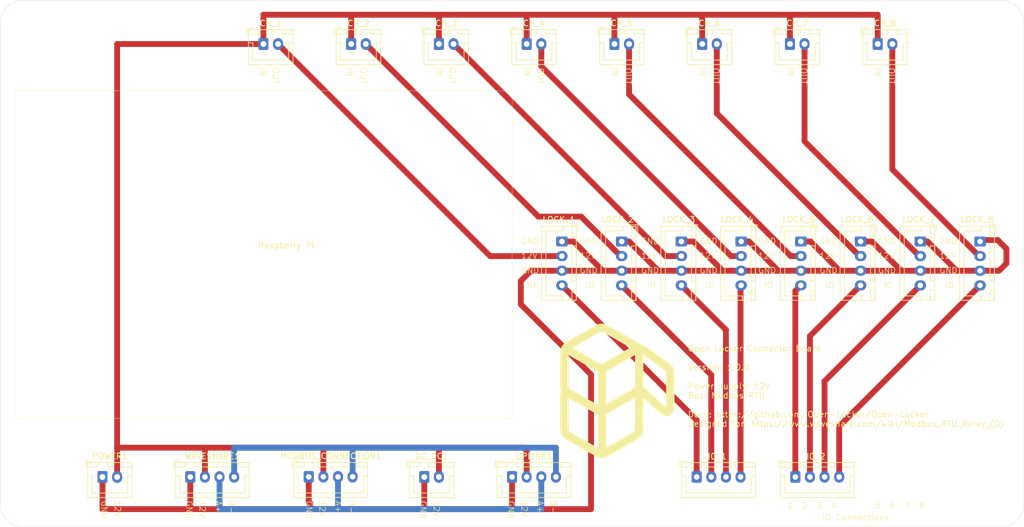
<source format=kicad_pcb>
(kicad_pcb (version 20241229) (generator "pcbnew") (generator_version "9.0")
  (title_block (title "Open Locker Connection Board") (rev "1.0.0"))
  (layers (0 "F.Cu" signal) (2 "B.Cu" signal) (13 "F.Paste" user) (15 "B.Paste" user) (5 "F.SilkS" user "F.Silkscreen") (7 "B.SilkS" user "B.Silkscreen") (1 "F.Mask" user) (3 "B.Mask" user) (25 "Edge.Cuts" user))
  (net 0 "")
  (net 1 "Net-(CH_1-Pin_1)")
  (net 2 "Net-(CH_1-Pin_2)")
  (net 3 "Net-(CH_2-Pin_2)")
  (net 4 "Net-(CH_3-Pin_2)")
  (net 5 "Net-(CH_4-Pin_2)")
  (net 6 "Net-(CH_5-Pin_2)")
  (net 7 "Net-(CH_6-Pin_2)")
  (net 8 "Net-(CH_7-Pin_2)")
  (net 9 "Net-(CH_8-Pin_2)")
  (net 10 "Net-(DC_DC1-Pin_1)")
  (net 11 "Net-(IO_1-Pin_3)")
  (net 12 "Net-(IO_1-Pin_1)")
  (net 13 "Net-(IO_1-Pin_2)")
  (net 14 "Net-(IO_1-Pin_4)")
  (net 15 "Net-(IO_2-Pin_3)")
  (net 16 "Net-(IO_2-Pin_4)")
  (net 17 "Net-(IO_2-Pin_1)")
  (net 18 "Net-(IO_2-Pin_2)")
  (net 19 "Net-(MODBUS_CONNECTION1-Pin_4)")
  (net 20 "Net-(MODBUS_CONNECTION1-Pin_3)")
  (footprint "Connector_JST:JST_XH_B4B-XH-A_1x04_P2.50mm_Vertical" (layer "F.Cu") (at 156.235714 91.25 -90)
    (property "Reference" "LOCK_2" (at -3.75 0.735714 180) (layer "F.SilkS"))
    (property "Value" "Conn_01x04" (hide yes))
    (pad "1" thru_hole roundrect (at 0 0 270) (size 1.7 1.95) (drill 0.95) (layers "*.Cu" "*.Mask") (roundrect_rratio 0.147059) (net 10 "Net-(DC_DC1-Pin_1)"))
    (pad "2" thru_hole oval (at 2.5 0 270) (size 1.7 1.95) (drill 0.95) (layers "*.Cu" "*.Mask") (net 3 "Net-(CH_2-Pin_2)"))
    (pad "3" thru_hole oval (at 5 0 270) (size 1.7 1.95) (drill 0.95) (layers "*.Cu" "*.Mask") (net 10 "Net-(DC_DC1-Pin_1)"))
    (pad "4" thru_hole oval (at 7.5 0 270) (size 1.7 1.95) (drill 0.95) (layers "*.Cu" "*.Mask") (net 13 "Net-(IO_1-Pin_2)"))
  )
  (footprint "MountingHole:MountingHole_3.2mm_M3_DIN965" (layer "F.Cu") (at 55 60)
    (property "Reference" "REF**" (hide yes))
    (property "Value" "MountingHole_3.2mm_M3_DIN965" (hide yes))
    (pad "" np_thru_hole circle (at 0 0) (size 3.2 3.2) (drill 3.2) (layers "*.Cu" "*.Mask"))
  )
  (footprint "Connector_JST:JST_XH_B4B-XH-A_1x04_P2.50mm_Vertical" (layer "F.Cu") (at 197.078571 91.25 -90)
    (property "Reference" "LOCK_6" (at -3.75 0.578571 180) (layer "F.SilkS"))
    (property "Value" "Conn_01x04" (hide yes))
    (pad "1" thru_hole roundrect (at 0 0 270) (size 1.7 1.95) (drill 0.95) (layers "*.Cu" "*.Mask") (roundrect_rratio 0.147059) (net 10 "Net-(DC_DC1-Pin_1)"))
    (pad "2" thru_hole oval (at 2.5 0 270) (size 1.7 1.95) (drill 0.95) (layers "*.Cu" "*.Mask") (net 7 "Net-(CH_6-Pin_2)"))
    (pad "3" thru_hole oval (at 5 0 270) (size 1.7 1.95) (drill 0.95) (layers "*.Cu" "*.Mask") (net 10 "Net-(DC_DC1-Pin_1)"))
    (pad "4" thru_hole oval (at 7.5 0 270) (size 1.7 1.95) (drill 0.95) (layers "*.Cu" "*.Mask") (net 18 "Net-(IO_2-Pin_2)"))
  )
  (footprint "Connector_JST:JST_XH_B2B-XH-A_1x02_P2.50mm_Vertical" (layer "F.Cu") (at 140 57.5)
    (property "Reference" "CH_4" (at 1.25 -3.55 0) (layer "F.SilkS"))
    (property "Value" "Conn_01x02" (hide yes))
    (pad "1" thru_hole roundrect (at 0 0) (size 1.7 2) (drill 1) (layers "*.Cu" "*.Mask") (roundrect_rratio 0.147059) (net 1 "Net-(CH_1-Pin_1)"))
    (pad "2" thru_hole oval (at 2.5 0) (size 1.7 2) (drill 1) (layers "*.Cu" "*.Mask") (net 5 "Net-(CH_4-Pin_2)"))
  )
  (footprint "Connector_JST:JST_XH_B4B-XH-A_1x04_P2.50mm_Vertical" (layer "F.Cu") (at 186.867857 91.25 -90)
    (property "Reference" "LOCK_5" (at -3.75 0.367857 180) (layer "F.SilkS"))
    (property "Value" "Conn_01x04" (hide yes))
    (pad "1" thru_hole roundrect (at 0 0 270) (size 1.7 1.95) (drill 0.95) (layers "*.Cu" "*.Mask") (roundrect_rratio 0.147059) (net 10 "Net-(DC_DC1-Pin_1)"))
    (pad "2" thru_hole oval (at 2.5 0 270) (size 1.7 1.95) (drill 0.95) (layers "*.Cu" "*.Mask") (net 6 "Net-(CH_5-Pin_2)"))
    (pad "3" thru_hole oval (at 5 0 270) (size 1.7 1.95) (drill 0.95) (layers "*.Cu" "*.Mask") (net 10 "Net-(DC_DC1-Pin_1)"))
    (pad "4" thru_hole oval (at 7.5 0 270) (size 1.7 1.95) (drill 0.95) (layers "*.Cu" "*.Mask") (net 17 "Net-(IO_2-Pin_1)"))
  )
  (footprint "MountingHole:MountingHole_3.2mm_M3_DIN965" (layer "F.Cu") (at 134 118)
    (property "Reference" "REF**" (hide yes))
    (property "Value" "MountingHole_3.2mm_M3_DIN965" (hide yes))
    (pad "" np_thru_hole circle (at 0 0) (size 3.2 3.2) (drill 3.2) (layers "*.Cu" "*.Mask"))
  )
  (footprint "MountingHole:MountingHole_3.2mm_M3_DIN965" (layer "F.Cu") (at 76 69)
    (property "Reference" "REF**" (hide yes))
    (property "Value" "MountingHole_3.2mm_M3_DIN965" (hide yes))
    (pad "" np_thru_hole circle (at 0 0) (size 3.2 3.2) (drill 3.2) (layers "*.Cu" "*.Mask"))
  )
  (footprint "Connector_JST:JST_XH_B2B-XH-A_1x02_P2.50mm_Vertical" (layer "F.Cu") (at 200 57.5)
    (property "Reference" "CH_8" (at 1.25 -3.55 0) (layer "F.SilkS"))
    (property "Value" "Conn_01x02" (hide yes))
    (pad "1" thru_hole roundrect (at 0 0) (size 1.7 2) (drill 1) (layers "*.Cu" "*.Mask") (roundrect_rratio 0.147059) (net 1 "Net-(CH_1-Pin_1)"))
    (pad "2" thru_hole oval (at 2.5 0) (size 1.7 2) (drill 1) (layers "*.Cu" "*.Mask") (net 9 "Net-(CH_8-Pin_2)"))
  )
  (footprint "Connector_JST:JST_XH_B4B-XH-A_1x04_P2.50mm_Vertical" (layer "F.Cu") (at 137.5 131.5)
    (property "Reference" "UPLINK1" (at 3.75 -3.55 0) (layer "F.SilkS"))
    (property "Value" "Conn_01x04" (hide yes))
    (pad "1" thru_hole roundrect (at 0 0) (size 1.7 1.95) (drill 0.95) (layers "*.Cu" "*.Mask") (roundrect_rratio 0.147059) (net 10 "Net-(DC_DC1-Pin_1)"))
    (pad "2" thru_hole oval (at 2.5 0) (size 1.7 1.95) (drill 0.95) (layers "*.Cu" "*.Mask") (net 1 "Net-(CH_1-Pin_1)"))
    (pad "3" thru_hole oval (at 5 0) (size 1.7 1.95) (drill 0.95) (layers "*.Cu" "*.Mask") (net 20 "Net-(MODBUS_CONNECTION1-Pin_3)"))
    (pad "4" thru_hole oval (at 7.5 0) (size 1.7 1.95) (drill 0.95) (layers "*.Cu" "*.Mask") (net 19 "Net-(MODBUS_CONNECTION1-Pin_4)"))
  )
  (footprint "MountingHole:MountingHole_3.2mm_M3_DIN965" (layer "F.Cu") (at 220 60)
    (property "Reference" "REF**" (hide yes))
    (property "Value" "MountingHole_3.2mm_M3_DIN965" (hide yes))
    (pad "" np_thru_hole circle (at 0 0) (size 3.2 3.2) (drill 3.2) (layers "*.Cu" "*.Mask"))
  )
  (footprint "Connector_JST:JST_XH_B2B-XH-A_1x02_P2.50mm_Vertical" (layer "F.Cu") (at 122.5 131.5)
    (property "Reference" "DC_DC1" (at 1.25 -3.55 0) (layer "F.SilkS"))
    (property "Value" "Conn_01x02" (hide yes))
    (pad "1" thru_hole roundrect (at 0 0) (size 1.7 2) (drill 1) (layers "*.Cu" "*.Mask") (roundrect_rratio 0.147059) (net 10 "Net-(DC_DC1-Pin_1)"))
    (pad "2" thru_hole oval (at 2.5 0) (size 1.7 2) (drill 1) (layers "*.Cu" "*.Mask") (net 1 "Net-(CH_1-Pin_1)"))
  )
  (footprint "Connector_JST:JST_XH_B2B-XH-A_1x02_P2.50mm_Vertical" (layer "F.Cu") (at 110 57.5)
    (property "Reference" "CH_2" (at 1.25 -3.55 0) (layer "F.SilkS"))
    (property "Value" "Conn_01x02" (hide yes))
    (pad "1" thru_hole roundrect (at 0 0) (size 1.7 2) (drill 1) (layers "*.Cu" "*.Mask") (roundrect_rratio 0.147059) (net 1 "Net-(CH_1-Pin_1)"))
    (pad "2" thru_hole oval (at 2.5 0) (size 1.7 2) (drill 1) (layers "*.Cu" "*.Mask") (net 3 "Net-(CH_2-Pin_2)"))
  )
  (footprint "Connector_JST:JST_XH_B2B-XH-A_1x02_P2.50mm_Vertical" (layer "F.Cu") (at 95 57.5)
    (property "Reference" "CH_1" (at 1.25 -3.55 0) (layer "F.SilkS"))
    (property "Value" "Conn_01x02" (hide yes))
    (pad "1" thru_hole roundrect (at 0 0) (size 1.7 2) (drill 1) (layers "*.Cu" "*.Mask") (roundrect_rratio 0.147059) (net 1 "Net-(CH_1-Pin_1)"))
    (pad "2" thru_hole oval (at 2.5 0) (size 1.7 2) (drill 1) (layers "*.Cu" "*.Mask") (net 2 "Net-(CH_1-Pin_2)"))
  )
  (footprint "MountingHole:MountingHole_3.2mm_M3_DIN965" (layer "F.Cu") (at 55 130)
    (property "Reference" "REF**" (hide yes))
    (property "Value" "MountingHole_3.2mm_M3_DIN965" (hide yes))
    (pad "" np_thru_hole circle (at 0 0) (size 3.2 3.2) (drill 3.2) (layers "*.Cu" "*.Mask"))
  )
  (footprint "Connector_JST:JST_XH_B4B-XH-A_1x04_P2.50mm_Vertical" (layer "F.Cu") (at 102.75 131.475)
    (property "Reference" "MODBUS_CONNECTION1" (at 3.75 -3.55 0) (layer "F.SilkS"))
    (property "Value" "Conn_01x04" (hide yes))
    (pad "1" thru_hole roundrect (at 0 0) (size 1.7 1.95) (drill 0.95) (layers "*.Cu" "*.Mask") (roundrect_rratio 0.147059) (net 10 "Net-(DC_DC1-Pin_1)"))
    (pad "2" thru_hole oval (at 2.5 0) (size 1.7 1.95) (drill 0.95) (layers "*.Cu" "*.Mask") (net 1 "Net-(CH_1-Pin_1)"))
    (pad "3" thru_hole oval (at 5 0) (size 1.7 1.95) (drill 0.95) (layers "*.Cu" "*.Mask") (net 20 "Net-(MODBUS_CONNECTION1-Pin_3)"))
    (pad "4" thru_hole oval (at 7.5 0) (size 1.7 1.95) (drill 0.95) (layers "*.Cu" "*.Mask") (net 19 "Net-(MODBUS_CONNECTION1-Pin_4)"))
  )
  (footprint "LOGO" (layer "F.Cu") (at 155.5 116.784745)
    (property "Reference" "G***" (hide yes))
    (property "Value" "LOGO" (hide yes))
  )
  (footprint "Connector_JST:JST_XH_B2B-XH-A_1x02_P2.50mm_Vertical" (layer "F.Cu") (at 125 57.5)
    (property "Reference" "CH_3" (at 1.25 -3.55 0) (layer "F.SilkS"))
    (property "Value" "Conn_01x02" (hide yes))
    (pad "1" thru_hole roundrect (at 0 0) (size 1.7 2) (drill 1) (layers "*.Cu" "*.Mask") (roundrect_rratio 0.147059) (net 1 "Net-(CH_1-Pin_1)"))
    (pad "2" thru_hole oval (at 2.5 0) (size 1.7 2) (drill 1) (layers "*.Cu" "*.Mask") (net 4 "Net-(CH_3-Pin_2)"))
  )
  (footprint "Connector_JST:JST_XH_B4B-XH-A_1x04_P2.50mm_Vertical" (layer "F.Cu") (at 166.446429 91.25 -90)
    (property "Reference" "LOCK_3" (at -3.75 0.446429 180) (layer "F.SilkS"))
    (property "Value" "Conn_01x04" (hide yes))
    (pad "1" thru_hole roundrect (at 0 0 270) (size 1.7 1.95) (drill 0.95) (layers "*.Cu" "*.Mask") (roundrect_rratio 0.147059) (net 10 "Net-(DC_DC1-Pin_1)"))
    (pad "2" thru_hole oval (at 2.5 0 270) (size 1.7 1.95) (drill 0.95) (layers "*.Cu" "*.Mask") (net 4 "Net-(CH_3-Pin_2)"))
    (pad "3" thru_hole oval (at 5 0 270) (size 1.7 1.95) (drill 0.95) (layers "*.Cu" "*.Mask") (net 10 "Net-(DC_DC1-Pin_1)"))
    (pad "4" thru_hole oval (at 7.5 0 270) (size 1.7 1.95) (drill 0.95) (layers "*.Cu" "*.Mask") (net 11 "Net-(IO_1-Pin_3)"))
  )
  (footprint "Connector_JST:JST_XH_B2B-XH-A_1x02_P2.50mm_Vertical" (layer "F.Cu") (at 185 57.5)
    (property "Reference" "CH_7" (at 1.25 -3.55 0) (layer "F.SilkS"))
    (property "Value" "Conn_01x02" (hide yes))
    (pad "1" thru_hole roundrect (at 0 0) (size 1.7 2) (drill 1) (layers "*.Cu" "*.Mask") (roundrect_rratio 0.147059) (net 1 "Net-(CH_1-Pin_1)"))
    (pad "2" thru_hole oval (at 2.5 0) (size 1.7 2) (drill 1) (layers "*.Cu" "*.Mask") (net 8 "Net-(CH_7-Pin_2)"))
  )
  (footprint "MountingHole:MountingHole_3.2mm_M3_DIN965" (layer "F.Cu") (at 76 118)
    (property "Reference" "REF**" (hide yes))
    (property "Value" "MountingHole_3.2mm_M3_DIN965" (hide yes))
    (pad "" np_thru_hole circle (at 0 0) (size 3.2 3.2) (drill 3.2) (layers "*.Cu" "*.Mask"))
  )
  (footprint "Connector_JST:JST_XH_B4B-XH-A_1x04_P2.50mm_Vertical" (layer "F.Cu") (at 217.5 91.25 -90)
    (property "Reference" "LOCK_8" (at -3.75 0.5 180) (layer "F.SilkS"))
    (property "Value" "Conn_01x04" (hide yes))
    (pad "1" thru_hole roundrect (at 0 0 270) (size 1.7 1.95) (drill 0.95) (layers "*.Cu" "*.Mask") (roundrect_rratio 0.147059) (net 10 "Net-(DC_DC1-Pin_1)"))
    (pad "2" thru_hole oval (at 2.5 0 270) (size 1.7 1.95) (drill 0.95) (layers "*.Cu" "*.Mask") (net 9 "Net-(CH_8-Pin_2)"))
    (pad "3" thru_hole oval (at 5 0 270) (size 1.7 1.95) (drill 0.95) (layers "*.Cu" "*.Mask") (net 10 "Net-(DC_DC1-Pin_1)"))
    (pad "4" thru_hole oval (at 7.5 0 270) (size 1.7 1.95) (drill 0.95) (layers "*.Cu" "*.Mask") (net 16 "Net-(IO_2-Pin_4)"))
  )
  (footprint "Connector_JST:JST_XH_B4B-XH-A_1x04_P2.50mm_Vertical" (layer "F.Cu") (at 146.025 91.25 -90)
    (property "Reference" "LOCK_1" (at -3.75 0.525 180) (layer "F.SilkS"))
    (property "Value" "Conn_01x04" (hide yes))
    (pad "1" thru_hole roundrect (at 0 0 270) (size 1.7 1.95) (drill 0.95) (layers "*.Cu" "*.Mask") (roundrect_rratio 0.147059) (net 10 "Net-(DC_DC1-Pin_1)"))
    (pad "2" thru_hole oval (at 2.5 0 270) (size 1.7 1.95) (drill 0.95) (layers "*.Cu" "*.Mask") (net 2 "Net-(CH_1-Pin_2)"))
    (pad "3" thru_hole oval (at 5 0 270) (size 1.7 1.95) (drill 0.95) (layers "*.Cu" "*.Mask") (net 10 "Net-(DC_DC1-Pin_1)"))
    (pad "4" thru_hole oval (at 7.5 0 270) (size 1.7 1.95) (drill 0.95) (layers "*.Cu" "*.Mask") (net 12 "Net-(IO_1-Pin_1)"))
  )
  (footprint "Connector_JST:JST_XH_B4B-XH-A_1x04_P2.50mm_Vertical" (layer "F.Cu") (at 169.057143 131.5)
    (property "Reference" "IO_1" (at 3.5 -3.5 0) (layer "F.SilkS"))
    (property "Value" "1-4" (hide yes))
    (pad "1" thru_hole roundrect (at 0 0) (size 1.7 1.95) (drill 0.95) (layers "*.Cu" "*.Mask") (roundrect_rratio 0.147059) (net 12 "Net-(IO_1-Pin_1)"))
    (pad "2" thru_hole oval (at 2.5 0) (size 1.7 1.95) (drill 0.95) (layers "*.Cu" "*.Mask") (net 13 "Net-(IO_1-Pin_2)"))
    (pad "3" thru_hole oval (at 5 0) (size 1.7 1.95) (drill 0.95) (layers "*.Cu" "*.Mask") (net 11 "Net-(IO_1-Pin_3)"))
    (pad "4" thru_hole oval (at 7.5 0) (size 1.7 1.95) (drill 0.95) (layers "*.Cu" "*.Mask") (net 14 "Net-(IO_1-Pin_4)"))
  )
  (footprint "Connector_JST:JST_XH_B4B-XH-A_1x04_P2.50mm_Vertical" (layer "F.Cu") (at 176.657143 91.25 -90)
    (property "Reference" "LOCK_4" (at -3.75 0.657143 180) (layer "F.SilkS"))
    (property "Value" "Conn_01x04" (hide yes))
    (pad "1" thru_hole roundrect (at 0 0 270) (size 1.7 1.95) (drill 0.95) (layers "*.Cu" "*.Mask") (roundrect_rratio 0.147059) (net 10 "Net-(DC_DC1-Pin_1)"))
    (pad "2" thru_hole oval (at 2.5 0 270) (size 1.7 1.95) (drill 0.95) (layers "*.Cu" "*.Mask") (net 5 "Net-(CH_4-Pin_2)"))
    (pad "3" thru_hole oval (at 5 0 270) (size 1.7 1.95) (drill 0.95) (layers "*.Cu" "*.Mask") (net 10 "Net-(DC_DC1-Pin_1)"))
    (pad "4" thru_hole oval (at 7.5 0 270) (size 1.7 1.95) (drill 0.95) (layers "*.Cu" "*.Mask") (net 14 "Net-(IO_1-Pin_4)"))
  )
  (footprint "Connector_JST:JST_XH_B4B-XH-A_1x04_P2.50mm_Vertical" (layer "F.Cu") (at 82.5 131.5)
    (property "Reference" "WAVESHARE1" (at 3.75 -3.55 0) (layer "F.SilkS"))
    (property "Value" "Conn_01x04" (hide yes))
    (pad "1" thru_hole roundrect (at 0 0) (size 1.7 1.95) (drill 0.95) (layers "*.Cu" "*.Mask") (roundrect_rratio 0.147059) (net 10 "Net-(DC_DC1-Pin_1)"))
    (pad "2" thru_hole oval (at 2.5 0) (size 1.7 1.95) (drill 0.95) (layers "*.Cu" "*.Mask") (net 1 "Net-(CH_1-Pin_1)"))
    (pad "3" thru_hole oval (at 5 0) (size 1.7 1.95) (drill 0.95) (layers "*.Cu" "*.Mask") (net 20 "Net-(MODBUS_CONNECTION1-Pin_3)"))
    (pad "4" thru_hole oval (at 7.5 0) (size 1.7 1.95) (drill 0.95) (layers "*.Cu" "*.Mask") (net 19 "Net-(MODBUS_CONNECTION1-Pin_4)"))
  )
  (footprint "Connector_JST:JST_XH_B2B-XH-A_1x02_P2.50mm_Vertical" (layer "F.Cu") (at 155 57.5)
    (property "Reference" "CH_5" (at 1.25 -3.55 0) (layer "F.SilkS"))
    (property "Value" "Conn_01x02" (hide yes))
    (pad "1" thru_hole roundrect (at 0 0) (size 1.7 2) (drill 1) (layers "*.Cu" "*.Mask") (roundrect_rratio 0.147059) (net 1 "Net-(CH_1-Pin_1)"))
    (pad "2" thru_hole oval (at 2.5 0) (size 1.7 2) (drill 1) (layers "*.Cu" "*.Mask") (net 6 "Net-(CH_5-Pin_2)"))
  )
  (footprint "MountingHole:MountingHole_3.2mm_M3_DIN965" (layer "F.Cu") (at 134 69)
    (property "Reference" "REF**" (hide yes))
    (property "Value" "MountingHole_3.2mm_M3_DIN965" (hide yes))
    (pad "" np_thru_hole circle (at 0 0) (size 3.2 3.2) (drill 3.2) (layers "*.Cu" "*.Mask"))
  )
  (footprint "Connector_JST:JST_XH_B4B-XH-A_1x04_P2.50mm_Vertical" (layer "F.Cu") (at 185.917857 131.5)
    (property "Reference" "IO_2" (at 3.5 -3.5 0) (layer "F.SilkS"))
    (property "Value" "5-8" (hide yes))
    (pad "1" thru_hole roundrect (at 0 0) (size 1.7 1.95) (drill 0.95) (layers "*.Cu" "*.Mask") (roundrect_rratio 0.147059) (net 17 "Net-(IO_2-Pin_1)"))
    (pad "2" thru_hole oval (at 2.5 0) (size 1.7 1.95) (drill 0.95) (layers "*.Cu" "*.Mask") (net 18 "Net-(IO_2-Pin_2)"))
    (pad "3" thru_hole oval (at 5 0) (size 1.7 1.95) (drill 0.95) (layers "*.Cu" "*.Mask") (net 15 "Net-(IO_2-Pin_3)"))
    (pad "4" thru_hole oval (at 7.5 0) (size 1.7 1.95) (drill 0.95) (layers "*.Cu" "*.Mask") (net 16 "Net-(IO_2-Pin_4)"))
  )
  (footprint "Connector_JST:JST_XH_B4B-XH-A_1x04_P2.50mm_Vertical" (layer "F.Cu") (at 207.289286 91.25 -90)
    (property "Reference" "LOCK_7" (at -3.75 0.289286 180) (layer "F.SilkS"))
    (property "Value" "Conn_01x04" (hide yes))
    (pad "1" thru_hole roundrect (at 0 0 270) (size 1.7 1.95) (drill 0.95) (layers "*.Cu" "*.Mask") (roundrect_rratio 0.147059) (net 10 "Net-(DC_DC1-Pin_1)"))
    (pad "2" thru_hole oval (at 2.5 0 270) (size 1.7 1.95) (drill 0.95) (layers "*.Cu" "*.Mask") (net 8 "Net-(CH_7-Pin_2)"))
    (pad "3" thru_hole oval (at 5 0 270) (size 1.7 1.95) (drill 0.95) (layers "*.Cu" "*.Mask") (net 10 "Net-(DC_DC1-Pin_1)"))
    (pad "4" thru_hole oval (at 7.5 0 270) (size 1.7 1.95) (drill 0.95) (layers "*.Cu" "*.Mask") (net 15 "Net-(IO_2-Pin_3)"))
  )
  (footprint "Connector_JST:JST_XH_B2B-XH-A_1x02_P2.50mm_Vertical" (layer "F.Cu") (at 170 57.5)
    (property "Reference" "CH_6" (at 1.25 -3.55 0) (layer "F.SilkS"))
    (property "Value" "Conn_01x02" (hide yes))
    (pad "1" thru_hole roundrect (at 0 0) (size 1.7 2) (drill 1) (layers "*.Cu" "*.Mask") (roundrect_rratio 0.147059) (net 1 "Net-(CH_1-Pin_1)"))
    (pad "2" thru_hole oval (at 2.5 0) (size 1.7 2) (drill 1) (layers "*.Cu" "*.Mask") (net 7 "Net-(CH_6-Pin_2)"))
  )
  (footprint "MountingHole:MountingHole_3.2mm_M3_DIN965" (layer "F.Cu") (at 220 130)
    (property "Reference" "REF**" (hide yes))
    (property "Value" "MountingHole_3.2mm_M3_DIN965" (hide yes))
    (pad "" np_thru_hole circle (at 0 0) (size 3.2 3.2) (drill 3.2) (layers "*.Cu" "*.Mask"))
  )
  (footprint "Connector_JST:JST_XH_B2B-XH-A_1x02_P2.50mm_Vertical" (layer "F.Cu") (at 67.5 131.5)
    (property "Reference" "POWER1" (at 1.25 -3.55 0) (layer "F.SilkS"))
    (property "Value" "Conn_01x02" (hide yes))
    (pad "1" thru_hole roundrect (at 0 0) (size 1.7 2) (drill 1) (layers "*.Cu" "*.Mask") (roundrect_rratio 0.147059) (net 10 "Net-(DC_DC1-Pin_1)"))
    (pad "2" thru_hole oval (at 2.5 0) (size 1.7 2) (drill 1) (layers "*.Cu" "*.Mask") (net 1 "Net-(CH_1-Pin_1)"))
  )
  (gr_rect (start 52.5 65.5) (end 137.5 121.5) (stroke (width 0.05)) (fill no) (layer "F.SilkS"))
  (gr_line (start 54 50) (end 221 50) (stroke (width 0.05)) (layer "Edge.Cuts"))
  (gr_arc (start 221 50) (mid 223.828427 51.171573) (end 225 54) (stroke (width 0.05)) (layer "Edge.Cuts"))
  (gr_arc (start 50 54) (mid 51.171573 51.171573) (end 54 50) (stroke (width 0.05)) (layer "Edge.Cuts"))
  (gr_line (start 225 54) (end 225 136) (stroke (width 0.05)) (layer "Edge.Cuts"))
  (gr_arc (start 225 136) (mid 223.828427 138.828427) (end 221 140) (stroke (width 0.05)) (layer "Edge.Cuts"))
  (gr_line (start 50 136) (end 50 54) (stroke (width 0.05)) (layer "Edge.Cuts"))
  (gr_arc (start 54 140) (mid 51.171573 138.828427) (end 50 136) (stroke (width 0.05)) (layer "Edge.Cuts"))
  (gr_line (start 221 140) (end 54 140) (stroke (width 0.05)) (layer "Edge.Cuts"))
  (gr_text "IN" (at 139.5 61.5 270) (layer "F.SilkS") (effects (font (size 1 1) (thickness 0.1)) (justify left bottom)))
  (gr_text "A+" (at 86.725 135.5 270) (layer "F.SilkS") (effects (font (size 1 1) (thickness 0.1)) (justify left bottom)))
  (gr_text "GND\n" (at 149 96.7895 0) (layer "F.SilkS") (effects (font (size 1 1) (thickness 0.1)) (justify left bottom)))
  (gr_text "12V" (at 200 94.2895 0) (layer "F.SilkS") (effects (font (size 1 1) (thickness 0.1)) (justify left bottom)))
  (gr_text "12V" (at 159.5 94.2895 0) (layer "F.SilkS") (effects (font (size 1 1) (thickness 0.1)) (justify left bottom)))
  (gr_text "A+" (at 141.725 135.5 270) (layer "F.SilkS") (effects (font (size 1 1) (thickness 0.1)) (justify left bottom)))
  (gr_text "GND" (at 136.725 135.5 270) (layer "F.SilkS") (effects (font (size 1 1) (thickness 0.1)) (justify left bottom)))
  (gr_text "GND\n" (at 139 96.7895 0) (layer "F.SilkS") (effects (font (size 1 1) (thickness 0.1)) (justify left bottom)))
  (gr_text "IO" (at 160.5 99.2895 0) (layer "F.SilkS") (effects (font (size 1 1) (thickness 0.1)) (justify left bottom)))
  (gr_text "OUT" (at 201.775 61.5 270) (layer "F.SilkS") (effects (font (size 1 1) (thickness 0.1)) (justify left bottom)))
  (gr_text "12V" (at 139 94.2895 0) (layer "F.SilkS") (effects (font (size 1 1) (thickness 0.1)) (justify left bottom)))
  (gr_text "GND\n" (at 210.5 96.7895 0) (layer "F.SilkS") (effects (font (size 1 1) (thickness 0.1)) (justify left bottom)))
  (gr_text "IO" (at 140 99.2895 0) (layer "F.SilkS") (effects (font (size 1 1) (thickness 0.1)) (justify left bottom)))
  (gr_text "IN" (at 184.5 61.5 270) (layer "F.SilkS") (effects (font (size 1 1) (thickness 0.1)) (justify left bottom)))
  (gr_text "12V" (at 104.5 135.5 270) (layer "F.SilkS") (effects (font (size 1 1) (thickness 0.1)) (justify left bottom)))
  (gr_text "GND" (at 139 91.7895 0) (layer "F.SilkS") (effects (font (size 1 1) (thickness 0.1)) (justify left bottom)))
  (gr_text "OUT" (at 141.775 61.5 270) (layer "F.SilkS") (effects (font (size 1 1) (thickness 0.1)) (justify left bottom)))
  (gr_text "GND" (at 102.225 135.5 270) (layer "F.SilkS") (effects (font (size 1 1) (thickness 0.1)) (justify left bottom)))
  (gr_text "GND" (at 169.5 91.7895 0) (layer "F.SilkS") (effects (font (size 1 1) (thickness 0.1)) (justify left bottom)))
  (gr_text "IO Connections" (at 190.5 139 0) (layer "F.SilkS") (effects (font (size 1 1) (thickness 0.1)) (justify left bottom)))
  (gr_text "IO" (at 201 99.2895 0) (layer "F.SilkS") (effects (font (size 1 1) (thickness 0.1)) (justify left bottom)))
  (gr_text "OUT" (at 96.5 61.5 270) (layer "F.SilkS") (effects (font (size 1 1) (thickness 0.1)) (justify left bottom)))
  (gr_text "OUT" (at 186.775 61.5 270) (layer "F.SilkS") (effects (font (size 1 1) (thickness 0.1)) (justify left bottom)))
  (gr_text "GND" (at 81.725 135.5 270) (layer "F.SilkS") (effects (font (size 1 1) (thickness 0.1)) (justify left bottom)))
  (gr_text "GND" (at 190 91.7895 0) (layer "F.SilkS") (effects (font (size 1 1) (thickness 0.1)) (justify left bottom)))
  (gr_text "GND" (at 67.225 135.5 270) (layer "F.SilkS") (effects (font (size 1 1) (thickness 0.1)) (justify left bottom)))
  (gr_text "B-" (at 109.5 135.5 270) (layer "F.SilkS") (effects (font (size 1 1) (thickness 0.1)) (justify left bottom)))
  (gr_text "1" (at 184.5 137 0) (layer "F.SilkS") (effects (font (size 1 1) (thickness 0.1)) (justify left bottom)))
  (gr_text "IO" (at 170.5 99.2895 0) (layer "F.SilkS") (effects (font (size 1 1) (thickness 0.1)) (justify left bottom)))
  (gr_text "12V" (at 139 135.5 270) (layer "F.SilkS") (effects (font (size 1 1) (thickness 0.1)) (justify left bottom)))
  (gr_text "Open Locker Connector Board\n\nVersion: 1.0.0\n\nPower supply: 12V\nBus: Modbus RTU\n\nDocs: https://github.com/Open-Locker/Open-Locker\nDesigned for: https://www.waveshare.com/wiki/Modbus_RTU_Relay_(D)" (at 167.5 123 0) (layer "F.SilkS") (effects (font (size 1 1) (thickness 0.125)) (justify left bottom)))
  (gr_text "IN" (at 199.5 61.5 270) (layer "F.SilkS") (effects (font (size 1 1) (thickness 0.1)) (justify left bottom)))
  (gr_text "2" (at 187 137 0) (layer "F.SilkS") (effects (font (size 1 1) (thickness 0.1)) (justify left bottom)))
  (gr_text "GND\n" (at 190 96.7895 0) (layer "F.SilkS") (effects (font (size 1 1) (thickness 0.1)) (justify left bottom)))
  (gr_text "IO" (at 150 99.2895 0) (layer "F.SilkS") (effects (font (size 1 1) (thickness 0.1)) (justify left bottom)))
  (gr_text "GND\n" (at 200 96.7895 0) (layer "F.SilkS") (effects (font (size 1 1) (thickness 0.1)) (justify left bottom)))
  (gr_text "A+" (at 107.225 135.5 270) (layer "F.SilkS") (effects (font (size 1 1) (thickness 0.1)) (justify left bottom)))
  (gr_text "IN" (at 124.5 61.5 270) (layer "F.SilkS") (effects (font (size 1 1) (thickness 0.1)) (justify left bottom)))
  (gr_text "8" (at 207 137 0) (layer "F.SilkS") (effects (font (size 1 1) (thickness 0.1)) (justify left bottom)))
  (gr_text "B-" (at 144 135.5 270) (layer "F.SilkS") (effects (font (size 1 1) (thickness 0.1)) (justify left bottom)))
  (gr_text "GND" (at 200 91.7895 0) (layer "F.SilkS") (effects (font (size 1 1) (thickness 0.1)) (justify left bottom)))
  (gr_text "B-" (at 89 135.5 270) (layer "F.SilkS") (effects (font (size 1 1) (thickness 0.1)) (justify left bottom)))
  (gr_text "OUT" (at 126.775 61.5 270) (layer "F.SilkS") (effects (font (size 1 1) (thickness 0.1)) (justify left bottom)))
  (gr_text "12V" (at 210.5 94.2895 0) (layer "F.SilkS") (effects (font (size 1 1) (thickness 0.1)) (justify left bottom)))
  (gr_text "GND\n" (at 169.5 96.7895 0) (layer "F.SilkS") (effects (font (size 1 1) (thickness 0.1)) (justify left bottom)))
  (gr_text "IN" (at 109.225 61.5 270) (layer "F.SilkS") (effects (font (size 1 1) (thickness 0.1)) (justify left bottom)))
  (gr_text "12V" (at 69.5 135.5 270) (layer "F.SilkS") (effects (font (size 1 1) (thickness 0.1)) (justify left bottom)))
  (gr_text "GND" (at 159.5 91.7895 0) (layer "F.SilkS") (effects (font (size 1 1) (thickness 0.1)) (justify left bottom)))
  (gr_text "IN" (at 169.5 61.5 270) (layer "F.SilkS") (effects (font (size 1 1) (thickness 0.1)) (justify left bottom)))
  (gr_text "OUT" (at 111.5 61.5 270) (layer "F.SilkS") (effects (font (size 1 1) (thickness 0.1)) (justify left bottom)))
  (gr_text "OUT" (at 156.775 61.5 270) (layer "F.SilkS") (effects (font (size 1 1) (thickness 0.1)) (justify left bottom)))
  (gr_text "GND\n" (at 179.5 96.7895 0) (layer "F.SilkS") (effects (font (size 1 1) (thickness 0.1)) (justify left bottom)))
  (gr_text "5" (at 199.5 137 0) (layer "F.SilkS") (effects (font (size 1 1) (thickness 0.1)) (justify left bottom)))
  (gr_text "7" (at 204.5 137 0) (layer "F.SilkS") (effects (font (size 1 1) (thickness 0.1)) (justify left bottom)))
  (gr_text "OUT" (at 171.775 61.5 270) (layer "F.SilkS") (effects (font (size 1 1) (thickness 0.1)) (justify left bottom)))
  (gr_text "12V" (at 124 135.5 270) (layer "F.SilkS") (effects (font (size 1 1) (thickness 0.1)) (justify left bottom)))
  (gr_text "IN" (at 154.5 61.5 270) (layer "F.SilkS") (effects (font (size 1 1) (thickness 0.1)) (justify left bottom)))
  (gr_text "12V" (at 169.5 94.2895 0) (layer "F.SilkS") (effects (font (size 1 1) (thickness 0.1)) (justify left bottom)))
  (gr_text "IN" (at 94.225 61.5 270) (layer "F.SilkS") (effects (font (size 1 1) (thickness 0.1)) (justify left bottom)))
  (gr_text "12V" (at 190 94.2895 0) (layer "F.SilkS") (effects (font (size 1 1) (thickness 0.1)) (justify left bottom)))
  (gr_text "IO" (at 180.5 99.2895 0) (layer "F.SilkS") (effects (font (size 1 1) (thickness 0.1)) (justify left bottom)))
  (gr_text "GND\n" (at 159.5 96.7895 0) (layer "F.SilkS") (effects (font (size 1 1) (thickness 0.1)) (justify left bottom)))
  (gr_text "GND" (at 179.5 91.7895 0) (layer "F.SilkS") (effects (font (size 1 1) (thickness 0.1)) (justify left bottom)))
  (gr_text "12V" (at 149 94.2895 0) (layer "F.SilkS") (effects (font (size 1 1) (thickness 0.1)) (justify left bottom)))
  (gr_text "4" (at 192 137 0) (layer "F.SilkS") (effects (font (size 1 1) (thickness 0.1)) (justify left bottom)))
  (gr_text "3" (at 189.5 137 0) (layer "F.SilkS") (effects (font (size 1 1) (thickness 0.1)) (justify left bottom)))
  (gr_text "IO" (at 211.5 99.2895 0) (layer "F.SilkS") (effects (font (size 1 1) (thickness 0.1)) (justify left bottom)))
  (gr_text "12V" (at 84 135.5 270) (layer "F.SilkS") (effects (font (size 1 1) (thickness 0.1)) (justify left bottom)))
  (gr_text "GND" (at 149 91.7895 0) (layer "F.SilkS") (effects (font (size 1 1) (thickness 0.1)) (justify left bottom)))
  (gr_text "6" (at 202 137 0) (layer "F.SilkS") (effects (font (size 1 1) (thickness 0.1)) (justify left bottom)))
  (gr_text "GND" (at 210.5 91.7895 0) (layer "F.SilkS") (effects (font (size 1 1) (thickness 0.1)) (justify left bottom)))
  (gr_text "IO" (at 191 99.2895 0) (layer "F.SilkS") (effects (font (size 1 1) (thickness 0.1)) (justify left bottom)))
  (gr_text "GND" (at 121.725 135.5 270) (layer "F.SilkS") (effects (font (size 1 1) (thickness 0.1)) (justify left bottom)))
  (gr_text "Raspberry PI" (at 94 92.5 0) (layer "F.SilkS") (effects (font (size 1 1) (thickness 0.125)) (justify left bottom)))
  (gr_text "12V" (at 179.5 94.2895 0) (layer "F.SilkS") (effects (font (size 1 1) (thickness 0.1)) (justify left bottom)))
  (segment (start 155 57.5) (end 155 52.5) (width 1) (layer "F.Cu") (net 1))
  (segment (start 125 57.5) (end 125 52.5) (width 1) (layer "F.Cu") (net 1))
  (segment (start 155 52.5) (end 170 52.5) (width 1) (layer "F.Cu") (net 1))
  (segment (start 140 127) (end 140 131.5) (width 1) (layer "F.Cu") (net 1))
  (segment (start 125 126.5) (end 125 131.5) (width 1) (layer "F.Cu") (net 1))
  (segment (start 185 57.5) (end 185 52.5) (width 1) (layer "F.Cu") (net 1))
  (segment (start 95 52.5) (end 110 52.5) (width 1) (layer "F.Cu") (net 1))
  (segment (start 170 52.5) (end 185 52.5) (width 1) (layer "F.Cu") (net 1))
  (segment (start 170 57.5) (end 170 52.5) (width 1) (layer "F.Cu") (net 1))
  (segment (start 85 126.5) (end 105.5 126.5) (width 1) (layer "F.Cu") (net 1))
  (segment (start 95 57.5) (end 95 52.5) (width 1) (layer "F.Cu") (net 1))
  (segment (start 140 52.5) (end 155 52.5) (width 1) (layer "F.Cu") (net 1))
  (segment (start 110 52.5) (end 125 52.5) (width 1) (layer "F.Cu") (net 1))
  (segment (start 125 126.5) (end 139.5 126.5) (width 1) (layer "F.Cu") (net 1))
  (segment (start 110 57.5) (end 110 52.5) (width 1) (layer "F.Cu") (net 1))
  (segment (start 70 57.5) (end 95 57.5) (width 1) (layer "F.Cu") (net 1))
  (segment (start 105.25 131.475) (end 105.25 126.75) (width 1) (layer "F.Cu") (net 1))
  (segment (start 85 126.5) (end 70 126.5) (width 1) (layer "F.Cu") (net 1))
  (segment (start 70 126.5) (end 70 57.5) (width 1) (layer "F.Cu") (net 1))
  (segment (start 185 52.5) (end 200 52.5) (width 1) (layer "F.Cu") (net 1))
  (segment (start 140 57.5) (end 140 52.5) (width 1) (layer "F.Cu") (net 1))
  (segment (start 200 52.5) (end 200 57.5) (width 1) (layer "F.Cu") (net 1))
  (segment (start 105.25 126.75) (end 105.5 126.5) (width 1) (layer "F.Cu") (net 1))
  (segment (start 85 131.5) (end 85 126.5) (width 1) (layer "F.Cu") (net 1))
  (segment (start 125 52.5) (end 140 52.5) (width 1) (layer "F.Cu") (net 1))
  (segment (start 139.5 126.5) (end 140 127) (width 1) (layer "F.Cu") (net 1))
  (segment (start 105.5 126.5) (end 125 126.5) (width 1) (layer "F.Cu") (net 1))
  (segment (start 70 131.5) (end 70 126.5) (width 1) (layer "F.Cu") (net 1))
  (segment (start 97.5 57.5) (end 133.75 93.75) (width 1) (layer "F.Cu") (net 2))
  (segment (start 133.75 93.75) (end 146.025 93.75) (width 1) (layer "F.Cu") (net 2))
  (segment (start 142 87) (end 149.30887 87) (width 1) (layer "F.Cu") (net 3))
  (segment (start 149.30887 87) (end 156.05887 93.75) (width 1) (layer "F.Cu") (net 3))
  (segment (start 156.05887 93.75) (end 156.235714 93.75) (width 1) (layer "F.Cu") (net 3))
  (segment (start 112.5 57.5) (end 142 87) (width 1) (layer "F.Cu") (net 3))
  (segment (start 127.5 57.5) (end 163.75 93.75) (width 1) (layer "F.Cu") (net 4))
  (segment (start 163.75 93.75) (end 166.446429 93.75) (width 1) (layer "F.Cu") (net 4))
  (segment (start 174.932143 93.75) (end 176.657143 93.75) (width 1) (layer "F.Cu") (net 5))
  (segment (start 142.5 57.5) (end 142.5 61.317857) (width 1) (layer "F.Cu") (net 5))
  (segment (start 142.5 61.317857) (end 174.932143 93.75) (width 1) (layer "F.Cu") (net 5))
  (segment (start 157.5 57.5) (end 157.5 66.107143) (width 1) (layer "F.Cu") (net 6))
  (segment (start 157.5 66.107143) (end 185.142857 93.75) (width 1) (layer "F.Cu") (net 6))
  (segment (start 185.142857 93.75) (end 186.867857 93.75) (width 1) (layer "F.Cu") (net 6))
  (segment (start 172.5 57.5) (end 172.5 69.348273) (width 1) (layer "F.Cu") (net 7))
  (segment (start 196.901727 93.75) (end 197.078571 93.75) (width 1) (layer "F.Cu") (net 7))
  (segment (start 172.5 69.348273) (end 196.901727 93.75) (width 1) (layer "F.Cu") (net 7))
  (segment (start 187.5 57.5) (end 187.5 74.137558) (width 1) (layer "F.Cu") (net 8))
  (segment (start 187.5 74.137558) (end 207.112442 93.75) (width 1) (layer "F.Cu") (net 8))
  (segment (start 207.112442 93.75) (end 207.289286 93.75) (width 1) (layer "F.Cu") (net 8))
  (segment (start 202.5 57.5) (end 202.5 78.926844) (width 1) (layer "F.Cu") (net 9))
  (segment (start 217.323156 93.75) (end 217.5 93.75) (width 1) (layer "F.Cu") (net 9))
  (segment (start 202.5 78.926844) (end 217.323156 93.75) (width 1) (layer "F.Cu") (net 9))
  (segment (start 188.5 91.25) (end 193.5 96.25) (width 1) (layer "F.Cu") (net 10))
  (segment (start 168.5 91.25) (end 173.5 96.25) (width 1) (layer "F.Cu") (net 10))
  (segment (start 204 96.25) (end 207.289286 96.25) (width 1) (layer "F.Cu") (net 10))
  (segment (start 139 102) (end 151 114) (width 1) (layer "F.Cu") (net 10))
  (segment (start 166.446429 91.25) (end 168.5 91.25) (width 1) (layer "F.Cu") (net 10))
  (segment (start 67.5 137) (end 82.5 137) (width 1) (layer "F.Cu") (net 10))
  (segment (start 220.5 91) (end 222 92.5) (width 1) (layer "F.Cu") (net 10))
  (segment (start 153 96.25) (end 156.235714 96.25) (width 1) (layer "F.Cu") (net 10))
  (segment (start 146.025 96.25) (end 153 96.25) (width 1) (layer "F.Cu") (net 10))
  (segment (start 146.025 91.25) (end 148 91.25) (width 1) (layer "F.Cu") (net 10))
  (segment (start 186.867857 96.25) (end 193.5 96.25) (width 1) (layer "F.Cu") (net 10))
  (segment (start 207.289286 91.25) (end 208.5 91.25) (width 1) (layer "F.Cu") (net 10))
  (segment (start 103 137) (end 122.5 137) (width 1) (layer "F.Cu") (net 10))
  (segment (start 176.657143 96.25) (end 183 96.25) (width 1) (layer "F.Cu") (net 10))
  (segment (start 156.235714 91.25) (end 157.5 91.25) (width 1) (layer "F.Cu") (net 10))
  (segment (start 137.5 131.5) (end 137.5 137) (width 1) (layer "F.Cu") (net 10))
  (segment (start 151 114) (end 151 137) (width 1) (layer "F.Cu") (net 10))
  (segment (start 207.289286 96.25) (end 213.5 96.25) (width 1) (layer "F.Cu") (net 10))
  (segment (start 122.5 137) (end 122.5 131.5) (width 1) (layer "F.Cu") (net 10))
  (segment (start 183 96.25) (end 186.867857 96.25) (width 1) (layer "F.Cu") (net 10))
  (segment (start 82.5 131.5) (end 82.5 137) (width 1) (layer "F.Cu") (net 10))
  (segment (start 139 98) (end 139 102) (width 1) (layer "F.Cu") (net 10))
  (segment (start 146.025 96.25) (end 140.75 96.25) (width 1) (layer "F.Cu") (net 10))
  (segment (start 82.5 137) (end 103 137) (width 1) (layer "F.Cu") (net 10))
  (segment (start 157.5 91.25) (end 162.5 96.25) (width 1) (layer "F.Cu") (net 10))
  (segment (start 222 92.5) (end 222 95) (width 1) (layer "F.Cu") (net 10))
  (segment (start 156.235714 96.25) (end 162.5 96.25) (width 1) (layer "F.Cu") (net 10))
  (segment (start 162.5 96.25) (end 166.446429 96.25) (width 1) (layer "F.Cu") (net 10))
  (segment (start 173.5 96.25) (end 176.657143 96.25) (width 1) (layer "F.Cu") (net 10))
  (segment (start 199 91.25) (end 204 96.25) (width 1) (layer "F.Cu") (net 10))
  (segment (start 103 136) (end 102.75 135.75) (width 1) (layer "F.Cu") (net 10))
  (segment (start 186.867857 91.25) (end 188.5 91.25) (width 1) (layer "F.Cu") (net 10))
  (segment (start 178 91.25) (end 183 96.25) (width 1) (layer "F.Cu") (net 10))
  (segment (start 193.5 96.25) (end 197.078571 96.25) (width 1) (layer "F.Cu") (net 10))
  (segment (start 197.078571 96.25) (end 204 96.25) (width 1) (layer "F.Cu") (net 10))
  (segment (start 140.75 96.25) (end 139 98) (width 1) (layer "F.Cu") (net 10))
  (segment (start 151 137) (end 137.5 137) (width 1) (layer "F.Cu") (net 10))
  (segment (start 102.75 135.75) (end 102.75 131.475) (width 1) (layer "F.Cu") (net 10))
  (segment (start 166.446429 96.25) (end 173.5 96.25) (width 1) (layer "F.Cu") (net 10))
  (segment (start 176.657143 91.25) (end 178 91.25) (width 1) (layer "F.Cu") (net 10))
  (segment (start 220.75 96.25) (end 217.5 96.25) (width 1) (layer "F.Cu") (net 10))
  (segment (start 137.5 137) (end 122.5 137) (width 1) (layer "F.Cu") (net 10))
  (segment (start 208.5 91.25) (end 213.5 96.25) (width 1) (layer "F.Cu") (net 10))
  (segment (start 213.5 96.25) (end 217.5 96.25) (width 1) (layer "F.Cu") (net 10))
  (segment (start 103 137) (end 103 136) (width 1) (layer "F.Cu") (net 10))
  (segment (start 217.75 91) (end 220.5 91) (width 1) (layer "F.Cu") (net 10))
  (segment (start 217.5 91.25) (end 217.75 91) (width 1) (layer "F.Cu") (net 10))
  (segment (start 67.5 131.5) (end 67.5 137) (width 1) (layer "F.Cu") (net 10))
  (segment (start 222 95) (end 220.75 96.25) (width 1) (layer "F.Cu") (net 10))
  (segment (start 148 91.25) (end 153 96.25) (width 1) (layer "F.Cu") (net 10))
  (segment (start 197.078571 91.25) (end 199 91.25) (width 1) (layer "F.Cu") (net 10))
  (segment (start 174.057143 131.5) (end 174.057143 106.360714) (width 1) (layer "F.Cu") (net 11))
  (segment (start 174.057143 106.360714) (end 166.446429 98.75) (width 1) (layer "F.Cu") (net 11))
  (segment (start 169.057143 121.782143) (end 146.025 98.75) (width 1) (layer "F.Cu") (net 12))
  (segment (start 169.057143 131.5) (end 169.057143 121.782143) (width 1) (layer "F.Cu") (net 12))
  (segment (start 171.557143 131.5) (end 171.557143 114.071429) (width 1) (layer "F.Cu") (net 13))
  (segment (start 171.557143 114.071429) (end 156.235714 98.75) (width 1) (layer "F.Cu") (net 13))
  (segment (start 176.557143 131.5) (end 176.557143 98.85) (width 1) (layer "F.Cu") (net 14))
  (segment (start 176.557143 98.85) (end 176.657143 98.75) (width 1) (layer "F.Cu") (net 14))
  (segment (start 190.917857 131.5) (end 190.917857 115.121429) (width 1) (layer "F.Cu") (net 15))
  (segment (start 190.917857 115.121429) (end 207.289286 98.75) (width 1) (layer "F.Cu") (net 15))
  (segment (start 193.417857 131.5) (end 193.417857 122.832143) (width 1) (layer "F.Cu") (net 16))
  (segment (start 193.417857 122.832143) (end 217.5 98.75) (width 1) (layer "F.Cu") (net 16))
  (segment (start 185.917857 99.7) (end 186.867857 98.75) (width 1) (layer "F.Cu") (net 17))
  (segment (start 185.917857 131.5) (end 185.917857 99.7) (width 1) (layer "F.Cu") (net 17))
  (segment (start 188.417857 131.5) (end 188.417857 107.410714) (width 1) (layer "F.Cu") (net 18))
  (segment (start 188.417857 107.410714) (end 197.078571 98.75) (width 1) (layer "F.Cu") (net 18))
  (segment (start 110.25 131.475) (end 110.25 126.75) (width 1) (layer "B.Cu") (net 19))
  (segment (start 145 126.5) (end 145 131.5) (width 1) (layer "B.Cu") (net 19))
  (segment (start 110 126.5) (end 145 126.5) (width 1) (layer "B.Cu") (net 19))
  (segment (start 90 126.5) (end 110 126.5) (width 1) (layer "B.Cu") (net 19))
  (segment (start 90 131.5) (end 90 126.5) (width 1) (layer "B.Cu") (net 19))
  (segment (start 110.25 126.75) (end 110 126.5) (width 1) (layer "B.Cu") (net 19))
  (segment (start 107.75 136.75) (end 108 137) (width 1) (layer "B.Cu") (net 20))
  (segment (start 87.5 131.5) (end 87.5 137) (width 1) (layer "B.Cu") (net 20))
  (segment (start 142.5 137) (end 142.5 131.5) (width 1) (layer "B.Cu") (net 20))
  (segment (start 108 137) (end 142.5 137) (width 1) (layer "B.Cu") (net 20))
  (segment (start 87.5 137) (end 108 137) (width 1) (layer "B.Cu") (net 20))
  (segment (start 107.75 131.475) (end 107.75 136.75) (width 1) (layer "B.Cu") (net 20))
)
</source>
